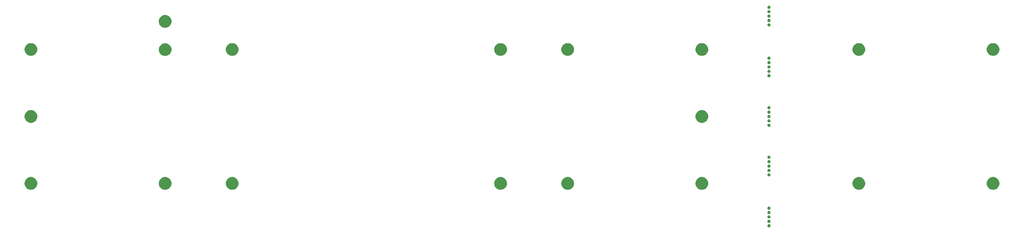
<source format=gbr>
G04 #@! TF.GenerationSoftware,KiCad,Pcbnew,(5.1.2-1)-1*
G04 #@! TF.CreationDate,2020-05-24T09:22:23-05:00*
G04 #@! TF.ProjectId,therick48.16_bottom_plate,74686572-6963-46b3-9438-2e31365f626f,rev?*
G04 #@! TF.SameCoordinates,Original*
G04 #@! TF.FileFunction,Soldermask,Bot*
G04 #@! TF.FilePolarity,Negative*
%FSLAX46Y46*%
G04 Gerber Fmt 4.6, Leading zero omitted, Abs format (unit mm)*
G04 Created by KiCad (PCBNEW (5.1.2-1)-1) date 2020-05-24 09:22:23*
%MOMM*%
%LPD*%
G04 APERTURE LIST*
%ADD10C,0.100000*%
G04 APERTURE END LIST*
D10*
G36*
X274491552Y-103526331D02*
G01*
X274573627Y-103560328D01*
X274573629Y-103560329D01*
X274610813Y-103585175D01*
X274647495Y-103609685D01*
X274710315Y-103672505D01*
X274759672Y-103746373D01*
X274793669Y-103828448D01*
X274811000Y-103915579D01*
X274811000Y-104004421D01*
X274793669Y-104091552D01*
X274759672Y-104173627D01*
X274759671Y-104173629D01*
X274710314Y-104247496D01*
X274647496Y-104310314D01*
X274573629Y-104359671D01*
X274573628Y-104359672D01*
X274573627Y-104359672D01*
X274491552Y-104393669D01*
X274404421Y-104411000D01*
X274315579Y-104411000D01*
X274228448Y-104393669D01*
X274146373Y-104359672D01*
X274146372Y-104359672D01*
X274146371Y-104359671D01*
X274072504Y-104310314D01*
X274009686Y-104247496D01*
X273960329Y-104173629D01*
X273960328Y-104173627D01*
X273926331Y-104091552D01*
X273909000Y-104004421D01*
X273909000Y-103915579D01*
X273926331Y-103828448D01*
X273960328Y-103746373D01*
X274009685Y-103672505D01*
X274072505Y-103609685D01*
X274109187Y-103585175D01*
X274146371Y-103560329D01*
X274146373Y-103560328D01*
X274228448Y-103526331D01*
X274315579Y-103509000D01*
X274404421Y-103509000D01*
X274491552Y-103526331D01*
X274491552Y-103526331D01*
G37*
G36*
X274491552Y-102276331D02*
G01*
X274573627Y-102310328D01*
X274573629Y-102310329D01*
X274610813Y-102335175D01*
X274647495Y-102359685D01*
X274710315Y-102422505D01*
X274759672Y-102496373D01*
X274793669Y-102578448D01*
X274811000Y-102665579D01*
X274811000Y-102754421D01*
X274793669Y-102841552D01*
X274759672Y-102923627D01*
X274759671Y-102923629D01*
X274710314Y-102997496D01*
X274647496Y-103060314D01*
X274573629Y-103109671D01*
X274573628Y-103109672D01*
X274573627Y-103109672D01*
X274491552Y-103143669D01*
X274404421Y-103161000D01*
X274315579Y-103161000D01*
X274228448Y-103143669D01*
X274146373Y-103109672D01*
X274146372Y-103109672D01*
X274146371Y-103109671D01*
X274072504Y-103060314D01*
X274009686Y-102997496D01*
X273960329Y-102923629D01*
X273960328Y-102923627D01*
X273926331Y-102841552D01*
X273909000Y-102754421D01*
X273909000Y-102665579D01*
X273926331Y-102578448D01*
X273960328Y-102496373D01*
X274009685Y-102422505D01*
X274072505Y-102359685D01*
X274109187Y-102335175D01*
X274146371Y-102310329D01*
X274146373Y-102310328D01*
X274228448Y-102276331D01*
X274315579Y-102259000D01*
X274404421Y-102259000D01*
X274491552Y-102276331D01*
X274491552Y-102276331D01*
G37*
G36*
X274491552Y-101026331D02*
G01*
X274573627Y-101060328D01*
X274573629Y-101060329D01*
X274610813Y-101085175D01*
X274647495Y-101109685D01*
X274710315Y-101172505D01*
X274759672Y-101246373D01*
X274793669Y-101328448D01*
X274811000Y-101415579D01*
X274811000Y-101504421D01*
X274793669Y-101591552D01*
X274759672Y-101673627D01*
X274759671Y-101673629D01*
X274710314Y-101747496D01*
X274647496Y-101810314D01*
X274573629Y-101859671D01*
X274573628Y-101859672D01*
X274573627Y-101859672D01*
X274491552Y-101893669D01*
X274404421Y-101911000D01*
X274315579Y-101911000D01*
X274228448Y-101893669D01*
X274146373Y-101859672D01*
X274146372Y-101859672D01*
X274146371Y-101859671D01*
X274072504Y-101810314D01*
X274009686Y-101747496D01*
X273960329Y-101673629D01*
X273960328Y-101673627D01*
X273926331Y-101591552D01*
X273909000Y-101504421D01*
X273909000Y-101415579D01*
X273926331Y-101328448D01*
X273960328Y-101246373D01*
X274009685Y-101172505D01*
X274072505Y-101109685D01*
X274109187Y-101085175D01*
X274146371Y-101060329D01*
X274146373Y-101060328D01*
X274228448Y-101026331D01*
X274315579Y-101009000D01*
X274404421Y-101009000D01*
X274491552Y-101026331D01*
X274491552Y-101026331D01*
G37*
G36*
X274491552Y-99776331D02*
G01*
X274573627Y-99810328D01*
X274573629Y-99810329D01*
X274610813Y-99835175D01*
X274647495Y-99859685D01*
X274710315Y-99922505D01*
X274759672Y-99996373D01*
X274793669Y-100078448D01*
X274811000Y-100165579D01*
X274811000Y-100254421D01*
X274793669Y-100341552D01*
X274759672Y-100423627D01*
X274759671Y-100423629D01*
X274710314Y-100497496D01*
X274647496Y-100560314D01*
X274573629Y-100609671D01*
X274573628Y-100609672D01*
X274573627Y-100609672D01*
X274491552Y-100643669D01*
X274404421Y-100661000D01*
X274315579Y-100661000D01*
X274228448Y-100643669D01*
X274146373Y-100609672D01*
X274146372Y-100609672D01*
X274146371Y-100609671D01*
X274072504Y-100560314D01*
X274009686Y-100497496D01*
X273960329Y-100423629D01*
X273960328Y-100423627D01*
X273926331Y-100341552D01*
X273909000Y-100254421D01*
X273909000Y-100165579D01*
X273926331Y-100078448D01*
X273960328Y-99996373D01*
X274009685Y-99922505D01*
X274072505Y-99859685D01*
X274109187Y-99835175D01*
X274146371Y-99810329D01*
X274146373Y-99810328D01*
X274228448Y-99776331D01*
X274315579Y-99759000D01*
X274404421Y-99759000D01*
X274491552Y-99776331D01*
X274491552Y-99776331D01*
G37*
G36*
X274491552Y-98526331D02*
G01*
X274573627Y-98560328D01*
X274573629Y-98560329D01*
X274610813Y-98585175D01*
X274647495Y-98609685D01*
X274710315Y-98672505D01*
X274759672Y-98746373D01*
X274793669Y-98828448D01*
X274811000Y-98915579D01*
X274811000Y-99004421D01*
X274793669Y-99091552D01*
X274759672Y-99173627D01*
X274759671Y-99173629D01*
X274710314Y-99247496D01*
X274647496Y-99310314D01*
X274573629Y-99359671D01*
X274573628Y-99359672D01*
X274573627Y-99359672D01*
X274491552Y-99393669D01*
X274404421Y-99411000D01*
X274315579Y-99411000D01*
X274228448Y-99393669D01*
X274146373Y-99359672D01*
X274146372Y-99359672D01*
X274146371Y-99359671D01*
X274072504Y-99310314D01*
X274009686Y-99247496D01*
X273960329Y-99173629D01*
X273960328Y-99173627D01*
X273926331Y-99091552D01*
X273909000Y-99004421D01*
X273909000Y-98915579D01*
X273926331Y-98828448D01*
X273960328Y-98746373D01*
X274009685Y-98672505D01*
X274072505Y-98609685D01*
X274109187Y-98585175D01*
X274146371Y-98560329D01*
X274146373Y-98560328D01*
X274228448Y-98526331D01*
X274315579Y-98509000D01*
X274404421Y-98509000D01*
X274491552Y-98526331D01*
X274491552Y-98526331D01*
G37*
G36*
X122885331Y-90228211D02*
G01*
X123213092Y-90363974D01*
X123508070Y-90561072D01*
X123758928Y-90811930D01*
X123956026Y-91106908D01*
X124091789Y-91434669D01*
X124161000Y-91782616D01*
X124161000Y-92137384D01*
X124091789Y-92485331D01*
X123956026Y-92813092D01*
X123758928Y-93108070D01*
X123508070Y-93358928D01*
X123213092Y-93556026D01*
X122885331Y-93691789D01*
X122537384Y-93761000D01*
X122182616Y-93761000D01*
X121834669Y-93691789D01*
X121506908Y-93556026D01*
X121211930Y-93358928D01*
X120961072Y-93108070D01*
X120763974Y-92813092D01*
X120628211Y-92485331D01*
X120559000Y-92137384D01*
X120559000Y-91782616D01*
X120628211Y-91434669D01*
X120763974Y-91106908D01*
X120961072Y-90811930D01*
X121211930Y-90561072D01*
X121506908Y-90363974D01*
X121834669Y-90228211D01*
X122182616Y-90159000D01*
X122537384Y-90159000D01*
X122885331Y-90228211D01*
X122885331Y-90228211D01*
G37*
G36*
X103885331Y-90228211D02*
G01*
X104213092Y-90363974D01*
X104508070Y-90561072D01*
X104758928Y-90811930D01*
X104956026Y-91106908D01*
X105091789Y-91434669D01*
X105161000Y-91782616D01*
X105161000Y-92137384D01*
X105091789Y-92485331D01*
X104956026Y-92813092D01*
X104758928Y-93108070D01*
X104508070Y-93358928D01*
X104213092Y-93556026D01*
X103885331Y-93691789D01*
X103537384Y-93761000D01*
X103182616Y-93761000D01*
X102834669Y-93691789D01*
X102506908Y-93556026D01*
X102211930Y-93358928D01*
X101961072Y-93108070D01*
X101763974Y-92813092D01*
X101628211Y-92485331D01*
X101559000Y-92137384D01*
X101559000Y-91782616D01*
X101628211Y-91434669D01*
X101763974Y-91106908D01*
X101961072Y-90811930D01*
X102211930Y-90561072D01*
X102506908Y-90363974D01*
X102834669Y-90228211D01*
X103182616Y-90159000D01*
X103537384Y-90159000D01*
X103885331Y-90228211D01*
X103885331Y-90228211D01*
G37*
G36*
X65885331Y-90228211D02*
G01*
X66213092Y-90363974D01*
X66508070Y-90561072D01*
X66758928Y-90811930D01*
X66956026Y-91106908D01*
X67091789Y-91434669D01*
X67161000Y-91782616D01*
X67161000Y-92137384D01*
X67091789Y-92485331D01*
X66956026Y-92813092D01*
X66758928Y-93108070D01*
X66508070Y-93358928D01*
X66213092Y-93556026D01*
X65885331Y-93691789D01*
X65537384Y-93761000D01*
X65182616Y-93761000D01*
X64834669Y-93691789D01*
X64506908Y-93556026D01*
X64211930Y-93358928D01*
X63961072Y-93108070D01*
X63763974Y-92813092D01*
X63628211Y-92485331D01*
X63559000Y-92137384D01*
X63559000Y-91782616D01*
X63628211Y-91434669D01*
X63763974Y-91106908D01*
X63961072Y-90811930D01*
X64211930Y-90561072D01*
X64506908Y-90363974D01*
X64834669Y-90228211D01*
X65182616Y-90159000D01*
X65537384Y-90159000D01*
X65885331Y-90228211D01*
X65885331Y-90228211D01*
G37*
G36*
X217885331Y-90228211D02*
G01*
X218213092Y-90363974D01*
X218508070Y-90561072D01*
X218758928Y-90811930D01*
X218956026Y-91106908D01*
X219091789Y-91434669D01*
X219161000Y-91782616D01*
X219161000Y-92137384D01*
X219091789Y-92485331D01*
X218956026Y-92813092D01*
X218758928Y-93108070D01*
X218508070Y-93358928D01*
X218213092Y-93556026D01*
X217885331Y-93691789D01*
X217537384Y-93761000D01*
X217182616Y-93761000D01*
X216834669Y-93691789D01*
X216506908Y-93556026D01*
X216211930Y-93358928D01*
X215961072Y-93108070D01*
X215763974Y-92813092D01*
X215628211Y-92485331D01*
X215559000Y-92137384D01*
X215559000Y-91782616D01*
X215628211Y-91434669D01*
X215763974Y-91106908D01*
X215961072Y-90811930D01*
X216211930Y-90561072D01*
X216506908Y-90363974D01*
X216834669Y-90228211D01*
X217182616Y-90159000D01*
X217537384Y-90159000D01*
X217885331Y-90228211D01*
X217885331Y-90228211D01*
G37*
G36*
X198885331Y-90228211D02*
G01*
X199213092Y-90363974D01*
X199508070Y-90561072D01*
X199758928Y-90811930D01*
X199956026Y-91106908D01*
X200091789Y-91434669D01*
X200161000Y-91782616D01*
X200161000Y-92137384D01*
X200091789Y-92485331D01*
X199956026Y-92813092D01*
X199758928Y-93108070D01*
X199508070Y-93358928D01*
X199213092Y-93556026D01*
X198885331Y-93691789D01*
X198537384Y-93761000D01*
X198182616Y-93761000D01*
X197834669Y-93691789D01*
X197506908Y-93556026D01*
X197211930Y-93358928D01*
X196961072Y-93108070D01*
X196763974Y-92813092D01*
X196628211Y-92485331D01*
X196559000Y-92137384D01*
X196559000Y-91782616D01*
X196628211Y-91434669D01*
X196763974Y-91106908D01*
X196961072Y-90811930D01*
X197211930Y-90561072D01*
X197506908Y-90363974D01*
X197834669Y-90228211D01*
X198182616Y-90159000D01*
X198537384Y-90159000D01*
X198885331Y-90228211D01*
X198885331Y-90228211D01*
G37*
G36*
X255885331Y-90228211D02*
G01*
X256213092Y-90363974D01*
X256508070Y-90561072D01*
X256758928Y-90811930D01*
X256956026Y-91106908D01*
X257091789Y-91434669D01*
X257161000Y-91782616D01*
X257161000Y-92137384D01*
X257091789Y-92485331D01*
X256956026Y-92813092D01*
X256758928Y-93108070D01*
X256508070Y-93358928D01*
X256213092Y-93556026D01*
X255885331Y-93691789D01*
X255537384Y-93761000D01*
X255182616Y-93761000D01*
X254834669Y-93691789D01*
X254506908Y-93556026D01*
X254211930Y-93358928D01*
X253961072Y-93108070D01*
X253763974Y-92813092D01*
X253628211Y-92485331D01*
X253559000Y-92137384D01*
X253559000Y-91782616D01*
X253628211Y-91434669D01*
X253763974Y-91106908D01*
X253961072Y-90811930D01*
X254211930Y-90561072D01*
X254506908Y-90363974D01*
X254834669Y-90228211D01*
X255182616Y-90159000D01*
X255537384Y-90159000D01*
X255885331Y-90228211D01*
X255885331Y-90228211D01*
G37*
G36*
X300345331Y-90228211D02*
G01*
X300673092Y-90363974D01*
X300968070Y-90561072D01*
X301218928Y-90811930D01*
X301416026Y-91106908D01*
X301551789Y-91434669D01*
X301621000Y-91782616D01*
X301621000Y-92137384D01*
X301551789Y-92485331D01*
X301416026Y-92813092D01*
X301218928Y-93108070D01*
X300968070Y-93358928D01*
X300673092Y-93556026D01*
X300345331Y-93691789D01*
X299997384Y-93761000D01*
X299642616Y-93761000D01*
X299294669Y-93691789D01*
X298966908Y-93556026D01*
X298671930Y-93358928D01*
X298421072Y-93108070D01*
X298223974Y-92813092D01*
X298088211Y-92485331D01*
X298019000Y-92137384D01*
X298019000Y-91782616D01*
X298088211Y-91434669D01*
X298223974Y-91106908D01*
X298421072Y-90811930D01*
X298671930Y-90561072D01*
X298966908Y-90363974D01*
X299294669Y-90228211D01*
X299642616Y-90159000D01*
X299997384Y-90159000D01*
X300345331Y-90228211D01*
X300345331Y-90228211D01*
G37*
G36*
X338345331Y-90228211D02*
G01*
X338673092Y-90363974D01*
X338968070Y-90561072D01*
X339218928Y-90811930D01*
X339416026Y-91106908D01*
X339551789Y-91434669D01*
X339621000Y-91782616D01*
X339621000Y-92137384D01*
X339551789Y-92485331D01*
X339416026Y-92813092D01*
X339218928Y-93108070D01*
X338968070Y-93358928D01*
X338673092Y-93556026D01*
X338345331Y-93691789D01*
X337997384Y-93761000D01*
X337642616Y-93761000D01*
X337294669Y-93691789D01*
X336966908Y-93556026D01*
X336671930Y-93358928D01*
X336421072Y-93108070D01*
X336223974Y-92813092D01*
X336088211Y-92485331D01*
X336019000Y-92137384D01*
X336019000Y-91782616D01*
X336088211Y-91434669D01*
X336223974Y-91106908D01*
X336421072Y-90811930D01*
X336671930Y-90561072D01*
X336966908Y-90363974D01*
X337294669Y-90228211D01*
X337642616Y-90159000D01*
X337997384Y-90159000D01*
X338345331Y-90228211D01*
X338345331Y-90228211D01*
G37*
G36*
X274491552Y-89086331D02*
G01*
X274573627Y-89120328D01*
X274573629Y-89120329D01*
X274610813Y-89145175D01*
X274647495Y-89169685D01*
X274710315Y-89232505D01*
X274759672Y-89306373D01*
X274793669Y-89388448D01*
X274811000Y-89475579D01*
X274811000Y-89564421D01*
X274793669Y-89651552D01*
X274759672Y-89733627D01*
X274759671Y-89733629D01*
X274710314Y-89807496D01*
X274647496Y-89870314D01*
X274573629Y-89919671D01*
X274573628Y-89919672D01*
X274573627Y-89919672D01*
X274491552Y-89953669D01*
X274404421Y-89971000D01*
X274315579Y-89971000D01*
X274228448Y-89953669D01*
X274146373Y-89919672D01*
X274146372Y-89919672D01*
X274146371Y-89919671D01*
X274072504Y-89870314D01*
X274009686Y-89807496D01*
X273960329Y-89733629D01*
X273960328Y-89733627D01*
X273926331Y-89651552D01*
X273909000Y-89564421D01*
X273909000Y-89475579D01*
X273926331Y-89388448D01*
X273960328Y-89306373D01*
X274009685Y-89232505D01*
X274072505Y-89169685D01*
X274109187Y-89145175D01*
X274146371Y-89120329D01*
X274146373Y-89120328D01*
X274228448Y-89086331D01*
X274315579Y-89069000D01*
X274404421Y-89069000D01*
X274491552Y-89086331D01*
X274491552Y-89086331D01*
G37*
G36*
X274491552Y-87836331D02*
G01*
X274573627Y-87870328D01*
X274573629Y-87870329D01*
X274610813Y-87895175D01*
X274647495Y-87919685D01*
X274710315Y-87982505D01*
X274759672Y-88056373D01*
X274793669Y-88138448D01*
X274811000Y-88225579D01*
X274811000Y-88314421D01*
X274793669Y-88401552D01*
X274759672Y-88483627D01*
X274759671Y-88483629D01*
X274710314Y-88557496D01*
X274647496Y-88620314D01*
X274573629Y-88669671D01*
X274573628Y-88669672D01*
X274573627Y-88669672D01*
X274491552Y-88703669D01*
X274404421Y-88721000D01*
X274315579Y-88721000D01*
X274228448Y-88703669D01*
X274146373Y-88669672D01*
X274146372Y-88669672D01*
X274146371Y-88669671D01*
X274072504Y-88620314D01*
X274009686Y-88557496D01*
X273960329Y-88483629D01*
X273960328Y-88483627D01*
X273926331Y-88401552D01*
X273909000Y-88314421D01*
X273909000Y-88225579D01*
X273926331Y-88138448D01*
X273960328Y-88056373D01*
X274009685Y-87982505D01*
X274072505Y-87919685D01*
X274109187Y-87895175D01*
X274146371Y-87870329D01*
X274146373Y-87870328D01*
X274228448Y-87836331D01*
X274315579Y-87819000D01*
X274404421Y-87819000D01*
X274491552Y-87836331D01*
X274491552Y-87836331D01*
G37*
G36*
X274491552Y-86586331D02*
G01*
X274573627Y-86620328D01*
X274573629Y-86620329D01*
X274610813Y-86645175D01*
X274647495Y-86669685D01*
X274710315Y-86732505D01*
X274759672Y-86806373D01*
X274793669Y-86888448D01*
X274811000Y-86975579D01*
X274811000Y-87064421D01*
X274793669Y-87151552D01*
X274759672Y-87233627D01*
X274759671Y-87233629D01*
X274710314Y-87307496D01*
X274647496Y-87370314D01*
X274573629Y-87419671D01*
X274573628Y-87419672D01*
X274573627Y-87419672D01*
X274491552Y-87453669D01*
X274404421Y-87471000D01*
X274315579Y-87471000D01*
X274228448Y-87453669D01*
X274146373Y-87419672D01*
X274146372Y-87419672D01*
X274146371Y-87419671D01*
X274072504Y-87370314D01*
X274009686Y-87307496D01*
X273960329Y-87233629D01*
X273960328Y-87233627D01*
X273926331Y-87151552D01*
X273909000Y-87064421D01*
X273909000Y-86975579D01*
X273926331Y-86888448D01*
X273960328Y-86806373D01*
X274009685Y-86732505D01*
X274072505Y-86669685D01*
X274109187Y-86645175D01*
X274146371Y-86620329D01*
X274146373Y-86620328D01*
X274228448Y-86586331D01*
X274315579Y-86569000D01*
X274404421Y-86569000D01*
X274491552Y-86586331D01*
X274491552Y-86586331D01*
G37*
G36*
X274491552Y-85336331D02*
G01*
X274573627Y-85370328D01*
X274573629Y-85370329D01*
X274610813Y-85395175D01*
X274647495Y-85419685D01*
X274710315Y-85482505D01*
X274759672Y-85556373D01*
X274793669Y-85638448D01*
X274811000Y-85725579D01*
X274811000Y-85814421D01*
X274793669Y-85901552D01*
X274759672Y-85983627D01*
X274759671Y-85983629D01*
X274710314Y-86057496D01*
X274647496Y-86120314D01*
X274573629Y-86169671D01*
X274573628Y-86169672D01*
X274573627Y-86169672D01*
X274491552Y-86203669D01*
X274404421Y-86221000D01*
X274315579Y-86221000D01*
X274228448Y-86203669D01*
X274146373Y-86169672D01*
X274146372Y-86169672D01*
X274146371Y-86169671D01*
X274072504Y-86120314D01*
X274009686Y-86057496D01*
X273960329Y-85983629D01*
X273960328Y-85983627D01*
X273926331Y-85901552D01*
X273909000Y-85814421D01*
X273909000Y-85725579D01*
X273926331Y-85638448D01*
X273960328Y-85556373D01*
X274009685Y-85482505D01*
X274072505Y-85419685D01*
X274109187Y-85395175D01*
X274146371Y-85370329D01*
X274146373Y-85370328D01*
X274228448Y-85336331D01*
X274315579Y-85319000D01*
X274404421Y-85319000D01*
X274491552Y-85336331D01*
X274491552Y-85336331D01*
G37*
G36*
X274491552Y-84086331D02*
G01*
X274573627Y-84120328D01*
X274573629Y-84120329D01*
X274610813Y-84145175D01*
X274647495Y-84169685D01*
X274710315Y-84232505D01*
X274759672Y-84306373D01*
X274793669Y-84388448D01*
X274811000Y-84475579D01*
X274811000Y-84564421D01*
X274793669Y-84651552D01*
X274759672Y-84733627D01*
X274759671Y-84733629D01*
X274710314Y-84807496D01*
X274647496Y-84870314D01*
X274573629Y-84919671D01*
X274573628Y-84919672D01*
X274573627Y-84919672D01*
X274491552Y-84953669D01*
X274404421Y-84971000D01*
X274315579Y-84971000D01*
X274228448Y-84953669D01*
X274146373Y-84919672D01*
X274146372Y-84919672D01*
X274146371Y-84919671D01*
X274072504Y-84870314D01*
X274009686Y-84807496D01*
X273960329Y-84733629D01*
X273960328Y-84733627D01*
X273926331Y-84651552D01*
X273909000Y-84564421D01*
X273909000Y-84475579D01*
X273926331Y-84388448D01*
X273960328Y-84306373D01*
X274009685Y-84232505D01*
X274072505Y-84169685D01*
X274109187Y-84145175D01*
X274146371Y-84120329D01*
X274146373Y-84120328D01*
X274228448Y-84086331D01*
X274315579Y-84069000D01*
X274404421Y-84069000D01*
X274491552Y-84086331D01*
X274491552Y-84086331D01*
G37*
G36*
X274491552Y-75026331D02*
G01*
X274573627Y-75060328D01*
X274573629Y-75060329D01*
X274610813Y-75085175D01*
X274647495Y-75109685D01*
X274710315Y-75172505D01*
X274759672Y-75246373D01*
X274793669Y-75328448D01*
X274811000Y-75415579D01*
X274811000Y-75504421D01*
X274793669Y-75591552D01*
X274759672Y-75673627D01*
X274759671Y-75673629D01*
X274710314Y-75747496D01*
X274647496Y-75810314D01*
X274573629Y-75859671D01*
X274573628Y-75859672D01*
X274573627Y-75859672D01*
X274491552Y-75893669D01*
X274404421Y-75911000D01*
X274315579Y-75911000D01*
X274228448Y-75893669D01*
X274146373Y-75859672D01*
X274146372Y-75859672D01*
X274146371Y-75859671D01*
X274072504Y-75810314D01*
X274009686Y-75747496D01*
X273960329Y-75673629D01*
X273960328Y-75673627D01*
X273926331Y-75591552D01*
X273909000Y-75504421D01*
X273909000Y-75415579D01*
X273926331Y-75328448D01*
X273960328Y-75246373D01*
X274009685Y-75172505D01*
X274072505Y-75109685D01*
X274109187Y-75085175D01*
X274146371Y-75060329D01*
X274146373Y-75060328D01*
X274228448Y-75026331D01*
X274315579Y-75009000D01*
X274404421Y-75009000D01*
X274491552Y-75026331D01*
X274491552Y-75026331D01*
G37*
G36*
X65885331Y-71228211D02*
G01*
X66213092Y-71363974D01*
X66508070Y-71561072D01*
X66758928Y-71811930D01*
X66956026Y-72106908D01*
X67091789Y-72434669D01*
X67161000Y-72782616D01*
X67161000Y-73137384D01*
X67091789Y-73485331D01*
X66956026Y-73813092D01*
X66758928Y-74108070D01*
X66508070Y-74358928D01*
X66213092Y-74556026D01*
X65885331Y-74691789D01*
X65537384Y-74761000D01*
X65182616Y-74761000D01*
X64834669Y-74691789D01*
X64506908Y-74556026D01*
X64211930Y-74358928D01*
X63961072Y-74108070D01*
X63763974Y-73813092D01*
X63628211Y-73485331D01*
X63559000Y-73137384D01*
X63559000Y-72782616D01*
X63628211Y-72434669D01*
X63763974Y-72106908D01*
X63961072Y-71811930D01*
X64211930Y-71561072D01*
X64506908Y-71363974D01*
X64834669Y-71228211D01*
X65182616Y-71159000D01*
X65537384Y-71159000D01*
X65885331Y-71228211D01*
X65885331Y-71228211D01*
G37*
G36*
X255885331Y-71228211D02*
G01*
X256213092Y-71363974D01*
X256508070Y-71561072D01*
X256758928Y-71811930D01*
X256956026Y-72106908D01*
X257091789Y-72434669D01*
X257161000Y-72782616D01*
X257161000Y-73137384D01*
X257091789Y-73485331D01*
X256956026Y-73813092D01*
X256758928Y-74108070D01*
X256508070Y-74358928D01*
X256213092Y-74556026D01*
X255885331Y-74691789D01*
X255537384Y-74761000D01*
X255182616Y-74761000D01*
X254834669Y-74691789D01*
X254506908Y-74556026D01*
X254211930Y-74358928D01*
X253961072Y-74108070D01*
X253763974Y-73813092D01*
X253628211Y-73485331D01*
X253559000Y-73137384D01*
X253559000Y-72782616D01*
X253628211Y-72434669D01*
X253763974Y-72106908D01*
X253961072Y-71811930D01*
X254211930Y-71561072D01*
X254506908Y-71363974D01*
X254834669Y-71228211D01*
X255182616Y-71159000D01*
X255537384Y-71159000D01*
X255885331Y-71228211D01*
X255885331Y-71228211D01*
G37*
G36*
X274491552Y-73776331D02*
G01*
X274573627Y-73810328D01*
X274573629Y-73810329D01*
X274610813Y-73835175D01*
X274647495Y-73859685D01*
X274710315Y-73922505D01*
X274759672Y-73996373D01*
X274793669Y-74078448D01*
X274811000Y-74165579D01*
X274811000Y-74254421D01*
X274793669Y-74341552D01*
X274759672Y-74423627D01*
X274759671Y-74423629D01*
X274710314Y-74497496D01*
X274647496Y-74560314D01*
X274573629Y-74609671D01*
X274573628Y-74609672D01*
X274573627Y-74609672D01*
X274491552Y-74643669D01*
X274404421Y-74661000D01*
X274315579Y-74661000D01*
X274228448Y-74643669D01*
X274146373Y-74609672D01*
X274146372Y-74609672D01*
X274146371Y-74609671D01*
X274072504Y-74560314D01*
X274009686Y-74497496D01*
X273960329Y-74423629D01*
X273960328Y-74423627D01*
X273926331Y-74341552D01*
X273909000Y-74254421D01*
X273909000Y-74165579D01*
X273926331Y-74078448D01*
X273960328Y-73996373D01*
X274009685Y-73922505D01*
X274072505Y-73859685D01*
X274109187Y-73835175D01*
X274146371Y-73810329D01*
X274146373Y-73810328D01*
X274228448Y-73776331D01*
X274315579Y-73759000D01*
X274404421Y-73759000D01*
X274491552Y-73776331D01*
X274491552Y-73776331D01*
G37*
G36*
X274491552Y-72526331D02*
G01*
X274573627Y-72560328D01*
X274573629Y-72560329D01*
X274610813Y-72585175D01*
X274647495Y-72609685D01*
X274710315Y-72672505D01*
X274759672Y-72746373D01*
X274793669Y-72828448D01*
X274811000Y-72915579D01*
X274811000Y-73004421D01*
X274793669Y-73091552D01*
X274759672Y-73173627D01*
X274759671Y-73173629D01*
X274710314Y-73247496D01*
X274647496Y-73310314D01*
X274573629Y-73359671D01*
X274573628Y-73359672D01*
X274573627Y-73359672D01*
X274491552Y-73393669D01*
X274404421Y-73411000D01*
X274315579Y-73411000D01*
X274228448Y-73393669D01*
X274146373Y-73359672D01*
X274146372Y-73359672D01*
X274146371Y-73359671D01*
X274072504Y-73310314D01*
X274009686Y-73247496D01*
X273960329Y-73173629D01*
X273960328Y-73173627D01*
X273926331Y-73091552D01*
X273909000Y-73004421D01*
X273909000Y-72915579D01*
X273926331Y-72828448D01*
X273960328Y-72746373D01*
X274009685Y-72672505D01*
X274072505Y-72609685D01*
X274109187Y-72585175D01*
X274146371Y-72560329D01*
X274146373Y-72560328D01*
X274228448Y-72526331D01*
X274315579Y-72509000D01*
X274404421Y-72509000D01*
X274491552Y-72526331D01*
X274491552Y-72526331D01*
G37*
G36*
X274491552Y-71276331D02*
G01*
X274573627Y-71310328D01*
X274573629Y-71310329D01*
X274610813Y-71335175D01*
X274647495Y-71359685D01*
X274710315Y-71422505D01*
X274759672Y-71496373D01*
X274793669Y-71578448D01*
X274811000Y-71665579D01*
X274811000Y-71754421D01*
X274793669Y-71841552D01*
X274759672Y-71923627D01*
X274759671Y-71923629D01*
X274710314Y-71997496D01*
X274647496Y-72060314D01*
X274573629Y-72109671D01*
X274573628Y-72109672D01*
X274573627Y-72109672D01*
X274491552Y-72143669D01*
X274404421Y-72161000D01*
X274315579Y-72161000D01*
X274228448Y-72143669D01*
X274146373Y-72109672D01*
X274146372Y-72109672D01*
X274146371Y-72109671D01*
X274072504Y-72060314D01*
X274009686Y-71997496D01*
X273960329Y-71923629D01*
X273960328Y-71923627D01*
X273926331Y-71841552D01*
X273909000Y-71754421D01*
X273909000Y-71665579D01*
X273926331Y-71578448D01*
X273960328Y-71496373D01*
X274009685Y-71422505D01*
X274072505Y-71359685D01*
X274109187Y-71335175D01*
X274146371Y-71310329D01*
X274146373Y-71310328D01*
X274228448Y-71276331D01*
X274315579Y-71259000D01*
X274404421Y-71259000D01*
X274491552Y-71276331D01*
X274491552Y-71276331D01*
G37*
G36*
X274491552Y-70026331D02*
G01*
X274573627Y-70060328D01*
X274573629Y-70060329D01*
X274610813Y-70085175D01*
X274647495Y-70109685D01*
X274710315Y-70172505D01*
X274759672Y-70246373D01*
X274793669Y-70328448D01*
X274811000Y-70415579D01*
X274811000Y-70504421D01*
X274793669Y-70591552D01*
X274759672Y-70673627D01*
X274759671Y-70673629D01*
X274710314Y-70747496D01*
X274647496Y-70810314D01*
X274573629Y-70859671D01*
X274573628Y-70859672D01*
X274573627Y-70859672D01*
X274491552Y-70893669D01*
X274404421Y-70911000D01*
X274315579Y-70911000D01*
X274228448Y-70893669D01*
X274146373Y-70859672D01*
X274146372Y-70859672D01*
X274146371Y-70859671D01*
X274072504Y-70810314D01*
X274009686Y-70747496D01*
X273960329Y-70673629D01*
X273960328Y-70673627D01*
X273926331Y-70591552D01*
X273909000Y-70504421D01*
X273909000Y-70415579D01*
X273926331Y-70328448D01*
X273960328Y-70246373D01*
X274009685Y-70172505D01*
X274072505Y-70109685D01*
X274109187Y-70085175D01*
X274146371Y-70060329D01*
X274146373Y-70060328D01*
X274228448Y-70026331D01*
X274315579Y-70009000D01*
X274404421Y-70009000D01*
X274491552Y-70026331D01*
X274491552Y-70026331D01*
G37*
G36*
X274491552Y-60966331D02*
G01*
X274573627Y-61000328D01*
X274573629Y-61000329D01*
X274610813Y-61025175D01*
X274647495Y-61049685D01*
X274710315Y-61112505D01*
X274759672Y-61186373D01*
X274793669Y-61268448D01*
X274811000Y-61355579D01*
X274811000Y-61444421D01*
X274793669Y-61531552D01*
X274759672Y-61613627D01*
X274759671Y-61613629D01*
X274710314Y-61687496D01*
X274647496Y-61750314D01*
X274573629Y-61799671D01*
X274573628Y-61799672D01*
X274573627Y-61799672D01*
X274491552Y-61833669D01*
X274404421Y-61851000D01*
X274315579Y-61851000D01*
X274228448Y-61833669D01*
X274146373Y-61799672D01*
X274146372Y-61799672D01*
X274146371Y-61799671D01*
X274072504Y-61750314D01*
X274009686Y-61687496D01*
X273960329Y-61613629D01*
X273960328Y-61613627D01*
X273926331Y-61531552D01*
X273909000Y-61444421D01*
X273909000Y-61355579D01*
X273926331Y-61268448D01*
X273960328Y-61186373D01*
X274009685Y-61112505D01*
X274072505Y-61049685D01*
X274109187Y-61025175D01*
X274146371Y-61000329D01*
X274146373Y-61000328D01*
X274228448Y-60966331D01*
X274315579Y-60949000D01*
X274404421Y-60949000D01*
X274491552Y-60966331D01*
X274491552Y-60966331D01*
G37*
G36*
X274491552Y-59716331D02*
G01*
X274573627Y-59750328D01*
X274573629Y-59750329D01*
X274610813Y-59775175D01*
X274647495Y-59799685D01*
X274710315Y-59862505D01*
X274759672Y-59936373D01*
X274793669Y-60018448D01*
X274811000Y-60105579D01*
X274811000Y-60194421D01*
X274793669Y-60281552D01*
X274759672Y-60363627D01*
X274759671Y-60363629D01*
X274710314Y-60437496D01*
X274647496Y-60500314D01*
X274573629Y-60549671D01*
X274573628Y-60549672D01*
X274573627Y-60549672D01*
X274491552Y-60583669D01*
X274404421Y-60601000D01*
X274315579Y-60601000D01*
X274228448Y-60583669D01*
X274146373Y-60549672D01*
X274146372Y-60549672D01*
X274146371Y-60549671D01*
X274072504Y-60500314D01*
X274009686Y-60437496D01*
X273960329Y-60363629D01*
X273960328Y-60363627D01*
X273926331Y-60281552D01*
X273909000Y-60194421D01*
X273909000Y-60105579D01*
X273926331Y-60018448D01*
X273960328Y-59936373D01*
X274009685Y-59862505D01*
X274072505Y-59799685D01*
X274109187Y-59775175D01*
X274146371Y-59750329D01*
X274146373Y-59750328D01*
X274228448Y-59716331D01*
X274315579Y-59699000D01*
X274404421Y-59699000D01*
X274491552Y-59716331D01*
X274491552Y-59716331D01*
G37*
G36*
X274491552Y-58466331D02*
G01*
X274573627Y-58500328D01*
X274573629Y-58500329D01*
X274610813Y-58525175D01*
X274647495Y-58549685D01*
X274710315Y-58612505D01*
X274759672Y-58686373D01*
X274793669Y-58768448D01*
X274811000Y-58855579D01*
X274811000Y-58944421D01*
X274793669Y-59031552D01*
X274759672Y-59113627D01*
X274759671Y-59113629D01*
X274710314Y-59187496D01*
X274647496Y-59250314D01*
X274573629Y-59299671D01*
X274573628Y-59299672D01*
X274573627Y-59299672D01*
X274491552Y-59333669D01*
X274404421Y-59351000D01*
X274315579Y-59351000D01*
X274228448Y-59333669D01*
X274146373Y-59299672D01*
X274146372Y-59299672D01*
X274146371Y-59299671D01*
X274072504Y-59250314D01*
X274009686Y-59187496D01*
X273960329Y-59113629D01*
X273960328Y-59113627D01*
X273926331Y-59031552D01*
X273909000Y-58944421D01*
X273909000Y-58855579D01*
X273926331Y-58768448D01*
X273960328Y-58686373D01*
X274009685Y-58612505D01*
X274072505Y-58549685D01*
X274109187Y-58525175D01*
X274146371Y-58500329D01*
X274146373Y-58500328D01*
X274228448Y-58466331D01*
X274315579Y-58449000D01*
X274404421Y-58449000D01*
X274491552Y-58466331D01*
X274491552Y-58466331D01*
G37*
G36*
X274491552Y-57216331D02*
G01*
X274573627Y-57250328D01*
X274573629Y-57250329D01*
X274610813Y-57275175D01*
X274647495Y-57299685D01*
X274710315Y-57362505D01*
X274759672Y-57436373D01*
X274793669Y-57518448D01*
X274811000Y-57605579D01*
X274811000Y-57694421D01*
X274793669Y-57781552D01*
X274759672Y-57863627D01*
X274759671Y-57863629D01*
X274710314Y-57937496D01*
X274647496Y-58000314D01*
X274573629Y-58049671D01*
X274573628Y-58049672D01*
X274573627Y-58049672D01*
X274491552Y-58083669D01*
X274404421Y-58101000D01*
X274315579Y-58101000D01*
X274228448Y-58083669D01*
X274146373Y-58049672D01*
X274146372Y-58049672D01*
X274146371Y-58049671D01*
X274072504Y-58000314D01*
X274009686Y-57937496D01*
X273960329Y-57863629D01*
X273960328Y-57863627D01*
X273926331Y-57781552D01*
X273909000Y-57694421D01*
X273909000Y-57605579D01*
X273926331Y-57518448D01*
X273960328Y-57436373D01*
X274009685Y-57362505D01*
X274072505Y-57299685D01*
X274109187Y-57275175D01*
X274146371Y-57250329D01*
X274146373Y-57250328D01*
X274228448Y-57216331D01*
X274315579Y-57199000D01*
X274404421Y-57199000D01*
X274491552Y-57216331D01*
X274491552Y-57216331D01*
G37*
G36*
X274491552Y-55966331D02*
G01*
X274573627Y-56000328D01*
X274573629Y-56000329D01*
X274610813Y-56025175D01*
X274647495Y-56049685D01*
X274710315Y-56112505D01*
X274759672Y-56186373D01*
X274793669Y-56268448D01*
X274811000Y-56355579D01*
X274811000Y-56444421D01*
X274793669Y-56531552D01*
X274759672Y-56613627D01*
X274759671Y-56613629D01*
X274710314Y-56687496D01*
X274647496Y-56750314D01*
X274573629Y-56799671D01*
X274573628Y-56799672D01*
X274573627Y-56799672D01*
X274491552Y-56833669D01*
X274404421Y-56851000D01*
X274315579Y-56851000D01*
X274228448Y-56833669D01*
X274146373Y-56799672D01*
X274146372Y-56799672D01*
X274146371Y-56799671D01*
X274072504Y-56750314D01*
X274009686Y-56687496D01*
X273960329Y-56613629D01*
X273960328Y-56613627D01*
X273926331Y-56531552D01*
X273909000Y-56444421D01*
X273909000Y-56355579D01*
X273926331Y-56268448D01*
X273960328Y-56186373D01*
X274009685Y-56112505D01*
X274072505Y-56049685D01*
X274109187Y-56025175D01*
X274146371Y-56000329D01*
X274146373Y-56000328D01*
X274228448Y-55966331D01*
X274315579Y-55949000D01*
X274404421Y-55949000D01*
X274491552Y-55966331D01*
X274491552Y-55966331D01*
G37*
G36*
X103885331Y-52243211D02*
G01*
X104213092Y-52378974D01*
X104508070Y-52576072D01*
X104758928Y-52826930D01*
X104956026Y-53121908D01*
X105091789Y-53449669D01*
X105161000Y-53797616D01*
X105161000Y-54152384D01*
X105091789Y-54500331D01*
X104956026Y-54828092D01*
X104758928Y-55123070D01*
X104508070Y-55373928D01*
X104213092Y-55571026D01*
X103885331Y-55706789D01*
X103537384Y-55776000D01*
X103182616Y-55776000D01*
X102834669Y-55706789D01*
X102506908Y-55571026D01*
X102211930Y-55373928D01*
X101961072Y-55123070D01*
X101763974Y-54828092D01*
X101628211Y-54500331D01*
X101559000Y-54152384D01*
X101559000Y-53797616D01*
X101628211Y-53449669D01*
X101763974Y-53121908D01*
X101961072Y-52826930D01*
X102211930Y-52576072D01*
X102506908Y-52378974D01*
X102834669Y-52243211D01*
X103182616Y-52174000D01*
X103537384Y-52174000D01*
X103885331Y-52243211D01*
X103885331Y-52243211D01*
G37*
G36*
X338345331Y-52228211D02*
G01*
X338673092Y-52363974D01*
X338968070Y-52561072D01*
X339218928Y-52811930D01*
X339416026Y-53106908D01*
X339551789Y-53434669D01*
X339621000Y-53782616D01*
X339621000Y-54137384D01*
X339551789Y-54485331D01*
X339416026Y-54813092D01*
X339218928Y-55108070D01*
X338968070Y-55358928D01*
X338673092Y-55556026D01*
X338345331Y-55691789D01*
X337997384Y-55761000D01*
X337642616Y-55761000D01*
X337294669Y-55691789D01*
X336966908Y-55556026D01*
X336671930Y-55358928D01*
X336421072Y-55108070D01*
X336223974Y-54813092D01*
X336088211Y-54485331D01*
X336019000Y-54137384D01*
X336019000Y-53782616D01*
X336088211Y-53434669D01*
X336223974Y-53106908D01*
X336421072Y-52811930D01*
X336671930Y-52561072D01*
X336966908Y-52363974D01*
X337294669Y-52228211D01*
X337642616Y-52159000D01*
X337997384Y-52159000D01*
X338345331Y-52228211D01*
X338345331Y-52228211D01*
G37*
G36*
X255885331Y-52228211D02*
G01*
X256213092Y-52363974D01*
X256508070Y-52561072D01*
X256758928Y-52811930D01*
X256956026Y-53106908D01*
X257091789Y-53434669D01*
X257161000Y-53782616D01*
X257161000Y-54137384D01*
X257091789Y-54485331D01*
X256956026Y-54813092D01*
X256758928Y-55108070D01*
X256508070Y-55358928D01*
X256213092Y-55556026D01*
X255885331Y-55691789D01*
X255537384Y-55761000D01*
X255182616Y-55761000D01*
X254834669Y-55691789D01*
X254506908Y-55556026D01*
X254211930Y-55358928D01*
X253961072Y-55108070D01*
X253763974Y-54813092D01*
X253628211Y-54485331D01*
X253559000Y-54137384D01*
X253559000Y-53782616D01*
X253628211Y-53434669D01*
X253763974Y-53106908D01*
X253961072Y-52811930D01*
X254211930Y-52561072D01*
X254506908Y-52363974D01*
X254834669Y-52228211D01*
X255182616Y-52159000D01*
X255537384Y-52159000D01*
X255885331Y-52228211D01*
X255885331Y-52228211D01*
G37*
G36*
X300345331Y-52228211D02*
G01*
X300673092Y-52363974D01*
X300968070Y-52561072D01*
X301218928Y-52811930D01*
X301416026Y-53106908D01*
X301551789Y-53434669D01*
X301621000Y-53782616D01*
X301621000Y-54137384D01*
X301551789Y-54485331D01*
X301416026Y-54813092D01*
X301218928Y-55108070D01*
X300968070Y-55358928D01*
X300673092Y-55556026D01*
X300345331Y-55691789D01*
X299997384Y-55761000D01*
X299642616Y-55761000D01*
X299294669Y-55691789D01*
X298966908Y-55556026D01*
X298671930Y-55358928D01*
X298421072Y-55108070D01*
X298223974Y-54813092D01*
X298088211Y-54485331D01*
X298019000Y-54137384D01*
X298019000Y-53782616D01*
X298088211Y-53434669D01*
X298223974Y-53106908D01*
X298421072Y-52811930D01*
X298671930Y-52561072D01*
X298966908Y-52363974D01*
X299294669Y-52228211D01*
X299642616Y-52159000D01*
X299997384Y-52159000D01*
X300345331Y-52228211D01*
X300345331Y-52228211D01*
G37*
G36*
X65885331Y-52228211D02*
G01*
X66213092Y-52363974D01*
X66508070Y-52561072D01*
X66758928Y-52811930D01*
X66956026Y-53106908D01*
X67091789Y-53434669D01*
X67161000Y-53782616D01*
X67161000Y-54137384D01*
X67091789Y-54485331D01*
X66956026Y-54813092D01*
X66758928Y-55108070D01*
X66508070Y-55358928D01*
X66213092Y-55556026D01*
X65885331Y-55691789D01*
X65537384Y-55761000D01*
X65182616Y-55761000D01*
X64834669Y-55691789D01*
X64506908Y-55556026D01*
X64211930Y-55358928D01*
X63961072Y-55108070D01*
X63763974Y-54813092D01*
X63628211Y-54485331D01*
X63559000Y-54137384D01*
X63559000Y-53782616D01*
X63628211Y-53434669D01*
X63763974Y-53106908D01*
X63961072Y-52811930D01*
X64211930Y-52561072D01*
X64506908Y-52363974D01*
X64834669Y-52228211D01*
X65182616Y-52159000D01*
X65537384Y-52159000D01*
X65885331Y-52228211D01*
X65885331Y-52228211D01*
G37*
G36*
X217885331Y-52228211D02*
G01*
X218213092Y-52363974D01*
X218508070Y-52561072D01*
X218758928Y-52811930D01*
X218956026Y-53106908D01*
X219091789Y-53434669D01*
X219161000Y-53782616D01*
X219161000Y-54137384D01*
X219091789Y-54485331D01*
X218956026Y-54813092D01*
X218758928Y-55108070D01*
X218508070Y-55358928D01*
X218213092Y-55556026D01*
X217885331Y-55691789D01*
X217537384Y-55761000D01*
X217182616Y-55761000D01*
X216834669Y-55691789D01*
X216506908Y-55556026D01*
X216211930Y-55358928D01*
X215961072Y-55108070D01*
X215763974Y-54813092D01*
X215628211Y-54485331D01*
X215559000Y-54137384D01*
X215559000Y-53782616D01*
X215628211Y-53434669D01*
X215763974Y-53106908D01*
X215961072Y-52811930D01*
X216211930Y-52561072D01*
X216506908Y-52363974D01*
X216834669Y-52228211D01*
X217182616Y-52159000D01*
X217537384Y-52159000D01*
X217885331Y-52228211D01*
X217885331Y-52228211D01*
G37*
G36*
X122885331Y-52228211D02*
G01*
X123213092Y-52363974D01*
X123508070Y-52561072D01*
X123758928Y-52811930D01*
X123956026Y-53106908D01*
X124091789Y-53434669D01*
X124161000Y-53782616D01*
X124161000Y-54137384D01*
X124091789Y-54485331D01*
X123956026Y-54813092D01*
X123758928Y-55108070D01*
X123508070Y-55358928D01*
X123213092Y-55556026D01*
X122885331Y-55691789D01*
X122537384Y-55761000D01*
X122182616Y-55761000D01*
X121834669Y-55691789D01*
X121506908Y-55556026D01*
X121211930Y-55358928D01*
X120961072Y-55108070D01*
X120763974Y-54813092D01*
X120628211Y-54485331D01*
X120559000Y-54137384D01*
X120559000Y-53782616D01*
X120628211Y-53434669D01*
X120763974Y-53106908D01*
X120961072Y-52811930D01*
X121211930Y-52561072D01*
X121506908Y-52363974D01*
X121834669Y-52228211D01*
X122182616Y-52159000D01*
X122537384Y-52159000D01*
X122885331Y-52228211D01*
X122885331Y-52228211D01*
G37*
G36*
X198885331Y-52228211D02*
G01*
X199213092Y-52363974D01*
X199508070Y-52561072D01*
X199758928Y-52811930D01*
X199956026Y-53106908D01*
X200091789Y-53434669D01*
X200161000Y-53782616D01*
X200161000Y-54137384D01*
X200091789Y-54485331D01*
X199956026Y-54813092D01*
X199758928Y-55108070D01*
X199508070Y-55358928D01*
X199213092Y-55556026D01*
X198885331Y-55691789D01*
X198537384Y-55761000D01*
X198182616Y-55761000D01*
X197834669Y-55691789D01*
X197506908Y-55556026D01*
X197211930Y-55358928D01*
X196961072Y-55108070D01*
X196763974Y-54813092D01*
X196628211Y-54485331D01*
X196559000Y-54137384D01*
X196559000Y-53782616D01*
X196628211Y-53434669D01*
X196763974Y-53106908D01*
X196961072Y-52811930D01*
X197211930Y-52561072D01*
X197506908Y-52363974D01*
X197834669Y-52228211D01*
X198182616Y-52159000D01*
X198537384Y-52159000D01*
X198885331Y-52228211D01*
X198885331Y-52228211D01*
G37*
G36*
X103885059Y-44248090D02*
G01*
X104212820Y-44383853D01*
X104507798Y-44580951D01*
X104758656Y-44831809D01*
X104955754Y-45126787D01*
X105091517Y-45454548D01*
X105160728Y-45802495D01*
X105160728Y-46157263D01*
X105091517Y-46505210D01*
X104955754Y-46832971D01*
X104758656Y-47127949D01*
X104507798Y-47378807D01*
X104212820Y-47575905D01*
X103885059Y-47711668D01*
X103537112Y-47780879D01*
X103182344Y-47780879D01*
X102834397Y-47711668D01*
X102506636Y-47575905D01*
X102211658Y-47378807D01*
X101960800Y-47127949D01*
X101763702Y-46832971D01*
X101627939Y-46505210D01*
X101558728Y-46157263D01*
X101558728Y-45802495D01*
X101627939Y-45454548D01*
X101763702Y-45126787D01*
X101960800Y-44831809D01*
X102211658Y-44580951D01*
X102506636Y-44383853D01*
X102834397Y-44248090D01*
X103182344Y-44178879D01*
X103537112Y-44178879D01*
X103885059Y-44248090D01*
X103885059Y-44248090D01*
G37*
G36*
X274491552Y-46526331D02*
G01*
X274573627Y-46560328D01*
X274573629Y-46560329D01*
X274610813Y-46585175D01*
X274647495Y-46609685D01*
X274710315Y-46672505D01*
X274759672Y-46746373D01*
X274793669Y-46828448D01*
X274811000Y-46915579D01*
X274811000Y-47004421D01*
X274793669Y-47091552D01*
X274759672Y-47173627D01*
X274759671Y-47173629D01*
X274710314Y-47247496D01*
X274647496Y-47310314D01*
X274573629Y-47359671D01*
X274573628Y-47359672D01*
X274573627Y-47359672D01*
X274491552Y-47393669D01*
X274404421Y-47411000D01*
X274315579Y-47411000D01*
X274228448Y-47393669D01*
X274146373Y-47359672D01*
X274146372Y-47359672D01*
X274146371Y-47359671D01*
X274072504Y-47310314D01*
X274009686Y-47247496D01*
X273960329Y-47173629D01*
X273960328Y-47173627D01*
X273926331Y-47091552D01*
X273909000Y-47004421D01*
X273909000Y-46915579D01*
X273926331Y-46828448D01*
X273960328Y-46746373D01*
X274009685Y-46672505D01*
X274072505Y-46609685D01*
X274109187Y-46585175D01*
X274146371Y-46560329D01*
X274146373Y-46560328D01*
X274228448Y-46526331D01*
X274315579Y-46509000D01*
X274404421Y-46509000D01*
X274491552Y-46526331D01*
X274491552Y-46526331D01*
G37*
G36*
X274491552Y-45276331D02*
G01*
X274573627Y-45310328D01*
X274573629Y-45310329D01*
X274610813Y-45335175D01*
X274647495Y-45359685D01*
X274710315Y-45422505D01*
X274759672Y-45496373D01*
X274793669Y-45578448D01*
X274811000Y-45665579D01*
X274811000Y-45754421D01*
X274793669Y-45841552D01*
X274759672Y-45923627D01*
X274759671Y-45923629D01*
X274710314Y-45997496D01*
X274647496Y-46060314D01*
X274573629Y-46109671D01*
X274573628Y-46109672D01*
X274573627Y-46109672D01*
X274491552Y-46143669D01*
X274404421Y-46161000D01*
X274315579Y-46161000D01*
X274228448Y-46143669D01*
X274146373Y-46109672D01*
X274146372Y-46109672D01*
X274146371Y-46109671D01*
X274072504Y-46060314D01*
X274009686Y-45997496D01*
X273960329Y-45923629D01*
X273960328Y-45923627D01*
X273926331Y-45841552D01*
X273909000Y-45754421D01*
X273909000Y-45665579D01*
X273926331Y-45578448D01*
X273960328Y-45496373D01*
X274009685Y-45422505D01*
X274072505Y-45359685D01*
X274109187Y-45335175D01*
X274146371Y-45310329D01*
X274146373Y-45310328D01*
X274228448Y-45276331D01*
X274315579Y-45259000D01*
X274404421Y-45259000D01*
X274491552Y-45276331D01*
X274491552Y-45276331D01*
G37*
G36*
X274491552Y-44026331D02*
G01*
X274573627Y-44060328D01*
X274573629Y-44060329D01*
X274610813Y-44085175D01*
X274647495Y-44109685D01*
X274710315Y-44172505D01*
X274759672Y-44246373D01*
X274793669Y-44328448D01*
X274811000Y-44415579D01*
X274811000Y-44504421D01*
X274793669Y-44591552D01*
X274759672Y-44673627D01*
X274759671Y-44673629D01*
X274710314Y-44747496D01*
X274647496Y-44810314D01*
X274573629Y-44859671D01*
X274573628Y-44859672D01*
X274573627Y-44859672D01*
X274491552Y-44893669D01*
X274404421Y-44911000D01*
X274315579Y-44911000D01*
X274228448Y-44893669D01*
X274146373Y-44859672D01*
X274146372Y-44859672D01*
X274146371Y-44859671D01*
X274072504Y-44810314D01*
X274009686Y-44747496D01*
X273960329Y-44673629D01*
X273960328Y-44673627D01*
X273926331Y-44591552D01*
X273909000Y-44504421D01*
X273909000Y-44415579D01*
X273926331Y-44328448D01*
X273960328Y-44246373D01*
X274009685Y-44172505D01*
X274072505Y-44109685D01*
X274109187Y-44085175D01*
X274146371Y-44060329D01*
X274146373Y-44060328D01*
X274228448Y-44026331D01*
X274315579Y-44009000D01*
X274404421Y-44009000D01*
X274491552Y-44026331D01*
X274491552Y-44026331D01*
G37*
G36*
X274491552Y-42776331D02*
G01*
X274573627Y-42810328D01*
X274573629Y-42810329D01*
X274610813Y-42835175D01*
X274647495Y-42859685D01*
X274710315Y-42922505D01*
X274759672Y-42996373D01*
X274793669Y-43078448D01*
X274811000Y-43165579D01*
X274811000Y-43254421D01*
X274793669Y-43341552D01*
X274759672Y-43423627D01*
X274759671Y-43423629D01*
X274710314Y-43497496D01*
X274647496Y-43560314D01*
X274573629Y-43609671D01*
X274573628Y-43609672D01*
X274573627Y-43609672D01*
X274491552Y-43643669D01*
X274404421Y-43661000D01*
X274315579Y-43661000D01*
X274228448Y-43643669D01*
X274146373Y-43609672D01*
X274146372Y-43609672D01*
X274146371Y-43609671D01*
X274072504Y-43560314D01*
X274009686Y-43497496D01*
X273960329Y-43423629D01*
X273960328Y-43423627D01*
X273926331Y-43341552D01*
X273909000Y-43254421D01*
X273909000Y-43165579D01*
X273926331Y-43078448D01*
X273960328Y-42996373D01*
X274009685Y-42922505D01*
X274072505Y-42859685D01*
X274109187Y-42835175D01*
X274146371Y-42810329D01*
X274146373Y-42810328D01*
X274228448Y-42776331D01*
X274315579Y-42759000D01*
X274404421Y-42759000D01*
X274491552Y-42776331D01*
X274491552Y-42776331D01*
G37*
G36*
X274491552Y-41526331D02*
G01*
X274573627Y-41560328D01*
X274573629Y-41560329D01*
X274610813Y-41585175D01*
X274647495Y-41609685D01*
X274710315Y-41672505D01*
X274759672Y-41746373D01*
X274793669Y-41828448D01*
X274811000Y-41915579D01*
X274811000Y-42004421D01*
X274793669Y-42091552D01*
X274759672Y-42173627D01*
X274759671Y-42173629D01*
X274710314Y-42247496D01*
X274647496Y-42310314D01*
X274573629Y-42359671D01*
X274573628Y-42359672D01*
X274573627Y-42359672D01*
X274491552Y-42393669D01*
X274404421Y-42411000D01*
X274315579Y-42411000D01*
X274228448Y-42393669D01*
X274146373Y-42359672D01*
X274146372Y-42359672D01*
X274146371Y-42359671D01*
X274072504Y-42310314D01*
X274009686Y-42247496D01*
X273960329Y-42173629D01*
X273960328Y-42173627D01*
X273926331Y-42091552D01*
X273909000Y-42004421D01*
X273909000Y-41915579D01*
X273926331Y-41828448D01*
X273960328Y-41746373D01*
X274009685Y-41672505D01*
X274072505Y-41609685D01*
X274109187Y-41585175D01*
X274146371Y-41560329D01*
X274146373Y-41560328D01*
X274228448Y-41526331D01*
X274315579Y-41509000D01*
X274404421Y-41509000D01*
X274491552Y-41526331D01*
X274491552Y-41526331D01*
G37*
M02*

</source>
